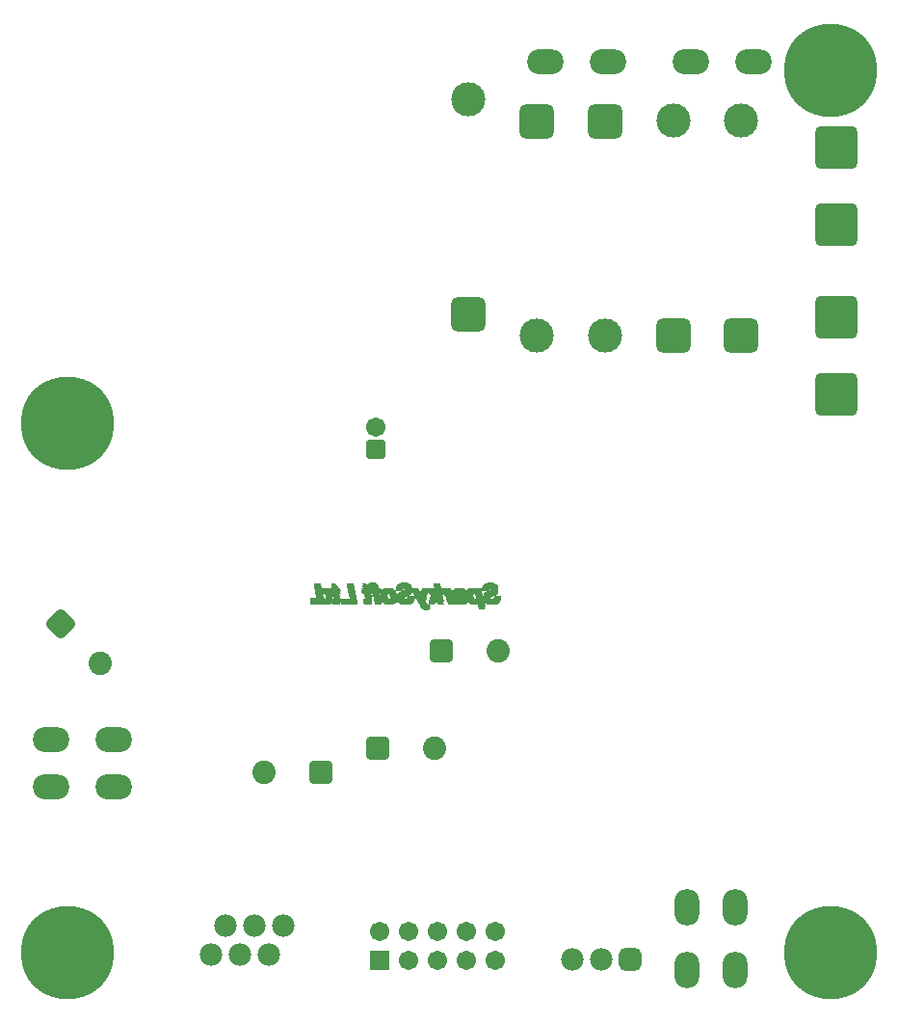
<source format=gbs>
%FSTAX23Y23*%
%MOIN*%
%SFA1B1*%

%IPPOS*%
%AMD110*
4,1,8,0.072900,-0.055100,0.072900,0.055100,0.055100,0.072900,-0.055100,0.072900,-0.072900,0.055100,-0.072900,-0.055100,-0.055100,-0.072900,0.055100,-0.072900,0.072900,-0.055100,0.0*
1,1,0.035560,0.055100,-0.055100*
1,1,0.035560,0.055100,0.055100*
1,1,0.035560,-0.055100,0.055100*
1,1,0.035560,-0.055100,-0.055100*
%
%AMD111*
4,1,8,-0.033500,0.020700,-0.033500,-0.020700,-0.020700,-0.033500,0.020700,-0.033500,0.033500,-0.020700,0.033500,0.020700,0.020700,0.033500,-0.020700,0.033500,-0.033500,0.020700,0.0*
1,1,0.025720,-0.020700,0.020700*
1,1,0.025720,-0.020700,-0.020700*
1,1,0.025720,0.020700,-0.020700*
1,1,0.025720,0.020700,0.020700*
%
%AMD113*
4,1,8,0.025500,0.040400,-0.025500,0.040400,-0.040400,0.025500,-0.040400,-0.025500,-0.025500,-0.040400,0.025500,-0.040400,0.040400,-0.025500,0.040400,0.025500,0.025500,0.040400,0.0*
1,1,0.029860,0.025500,0.025500*
1,1,0.029860,-0.025500,0.025500*
1,1,0.029860,-0.025500,-0.025500*
1,1,0.029860,0.025500,-0.025500*
%
%AMD116*
4,1,8,0.059100,-0.038600,0.059100,0.038600,0.038600,0.059100,-0.038600,0.059100,-0.059100,0.038600,-0.059100,-0.038600,-0.038600,-0.059100,0.038600,-0.059100,0.059100,-0.038600,0.0*
1,1,0.041080,0.038600,-0.038600*
1,1,0.041080,0.038600,0.038600*
1,1,0.041080,-0.038600,0.038600*
1,1,0.041080,-0.038600,-0.038600*
%
%AMD117*
4,1,8,-0.017500,-0.039000,0.017500,-0.039000,0.039000,-0.017500,0.039000,0.017500,0.017500,0.039000,-0.017500,0.039000,-0.039000,0.017500,-0.039000,-0.017500,-0.017500,-0.039000,0.0*
1,1,0.043000,-0.017500,-0.017500*
1,1,0.043000,0.017500,-0.017500*
1,1,0.043000,0.017500,0.017500*
1,1,0.043000,-0.017500,0.017500*
%
%AMD121*
4,1,8,0.046600,0.010500,0.010500,0.046600,-0.010500,0.046600,-0.046600,0.010500,-0.046600,-0.010500,-0.010500,-0.046600,0.010500,-0.046600,0.046600,-0.010500,0.046600,0.010500,0.0*
1,1,0.029860,0.036100,0.000000*
1,1,0.029860,0.000000,0.036100*
1,1,0.029860,-0.036100,0.000000*
1,1,0.029860,0.000000,-0.036100*
%
%ADD107O,0.126110X0.086740*%
%ADD108C,0.078000*%
%ADD109O,0.086740X0.126110*%
G04~CAMADD=110~8~0.0~0.0~1457.9~1457.9~177.8~0.0~15~0.0~0.0~0.0~0.0~0~0.0~0.0~0.0~0.0~0~0.0~0.0~0.0~270.0~1458.0~1458.0*
%ADD110D110*%
G04~CAMADD=111~8~0.0~0.0~670.6~670.6~128.6~0.0~15~0.0~0.0~0.0~0.0~0~0.0~0.0~0.0~0.0~0~0.0~0.0~0.0~90.0~670.0~670.0*
%ADD111D111*%
%ADD112C,0.067060*%
G04~CAMADD=113~8~0.0~0.0~808.3~808.3~149.3~0.0~15~0.0~0.0~0.0~0.0~0~0.0~0.0~0.0~0.0~0~0.0~0.0~0.0~0.0~808.3~808.3*
%ADD113D113*%
%ADD114C,0.080830*%
%ADD115C,0.118240*%
G04~CAMADD=116~8~0.0~0.0~1182.4~1182.4~205.4~0.0~15~0.0~0.0~0.0~0.0~0~0.0~0.0~0.0~0.0~0~0.0~0.0~0.0~270.0~1182.0~1182.0*
%ADD116D116*%
G04~CAMADD=117~8~0.0~0.0~780.0~780.0~215.0~0.0~15~0.0~0.0~0.0~0.0~0~0.0~0.0~0.0~0.0~0~0.0~0.0~0.0~180.0~780.0~780.0*
%ADD117D117*%
%ADD118R,0.067060X0.067060*%
%ADD119C,0.067060*%
%ADD120C,0.322000*%
G04~CAMADD=121~8~0.0~0.0~808.3~808.3~149.3~0.0~15~0.0~0.0~0.0~0.0~0~0.0~0.0~0.0~0.0~0~0.0~0.0~0.0~315.0~1018.0~1017.0*
%ADD121D121*%
%LNunisolder52_back-1*%
%LPD*%
G36*
X05116Y04089D02*
X05115D01*
X05116Y04084*
X05115*
X05116Y04079*
X0506*
X05058Y04089*
X05059*
X05058Y04094*
X05059*
X05058Y04099*
X05088*
X05079Y04143*
X0508*
X05079Y04148*
X0508*
X05079Y04153*
X05103*
X05116Y04089*
G37*
G36*
X04991Y04135D02*
X04992Y04135D01*
X04993Y04136*
X04994Y04136*
X04995Y04136*
X04995Y04136*
X04996*
X04997Y04136*
X04997*
X04999Y04136*
X05Y04136*
X05Y04136*
X05001*
X05002Y04136*
X05002*
X05004Y04136*
X05005Y04136*
X05005Y04136*
X05006*
X05007Y04136*
X05007*
X05009Y04136*
X05011Y04136*
X05012Y04136*
X05014Y04135*
X05016Y04134*
X05017Y04134*
X05018Y04133*
X05019Y04132*
X0502Y04131*
X05021Y0413*
X05021*
X0502Y04135*
X05026*
X05025Y04141*
X05026Y04141*
X05025Y04146*
X05026Y04146*
X05025Y04151*
X0503Y04148*
X0503Y04151*
X05035Y04148*
X05035Y04151*
X05049Y04143*
X0505Y04135*
X05057*
X05058Y04126*
X05057*
X05058Y04121*
X05057*
X05058Y04116*
X05054*
X05056Y04107*
X05057Y04106*
X05057Y04105*
X05057Y04103*
X05057Y04102*
X05057Y04101*
X05057Y04101*
X05058Y041*
X05058Y04099*
Y04099*
X05058Y04098*
X05058Y04098*
Y04097*
Y04097*
X05058Y04096*
X05058Y04095*
X05058Y04095*
X05058Y04094*
Y04094*
X05058Y04093*
X05058Y04093*
Y04092*
Y04092*
X05058Y04091*
X05058Y0409*
X05058Y0409*
X05058Y04089*
Y04089*
X05058Y04088*
X05058Y04088*
Y04087*
Y04087*
X05058Y04086*
X05057Y04084*
X05057Y04083*
X05056Y04082*
X05056Y04081*
X05055Y04081*
X05055Y0408*
X05055Y0408*
X05054Y0408*
X05054Y04079*
X05052Y04079*
X05051Y04078*
X05049Y04078*
X05048Y04078*
X05047Y04078*
X05046*
X05046Y04078*
X05044*
X05043Y04078*
X05042Y04078*
X05042Y04078*
X05041*
X05041Y04078*
X05039*
X05038Y04078*
X05037Y04078*
X05037Y04078*
X05036*
X05036Y04078*
X05034*
X05033Y04078*
X05032Y04078*
X05031Y04078*
X0503Y04078*
X05029Y04078*
X05029Y04078*
X05029*
X05027Y04085*
X05027Y04085*
X05027Y04084*
X05026Y04083*
X05026Y04083*
X05026Y04083*
X05026Y04083*
X05026Y04083*
X05025Y04082*
X05024Y04081*
X05023Y0408*
X05022Y0408*
X05021Y04079*
X0502Y04079*
X05018Y04078*
X05017Y04078*
X05016Y04078*
X05015Y04078*
X05015Y04078*
X05014*
X05013Y04078*
X05011Y04078*
X05011Y04078*
X0501Y04078*
X0501Y04078*
X05009*
X05008Y04078*
X05006Y04078*
X05006Y04078*
X05005Y04078*
X05005Y04078*
X05004*
X05003Y04078*
X05001Y04078*
X05Y04078*
X04999Y04078*
X04998Y04079*
X04997Y04079*
X04979*
X04976Y04092*
X04977Y04089*
X04976*
X04977Y04084*
X04976*
X04977Y04079*
X04954*
X04952Y04091*
X04953*
X04952Y04096*
X04953*
X04952Y04101*
X04974*
X04965Y04143*
X04966*
X04965Y04148*
X04966*
X04965Y04153*
X04988*
X04991Y04135*
G37*
G36*
X05583Y04154D02*
X05585Y04154D01*
X05586Y04154*
X05588Y04153*
X0559Y04153*
X05591Y04152*
X05592Y04152*
X05593Y04151*
X05594Y04151*
X05595Y0415*
X05596Y0415*
X05597Y04149*
X05597Y04149*
X05597Y04149*
X05598Y04149*
X05598Y04149*
X05599Y04148*
X056Y04147*
X056Y04145*
X05601Y04144*
X05602Y04143*
X05602Y04142*
X05603Y04141*
X05603Y0414*
X05603Y04139*
X05603Y04138*
X05603Y04137*
X05603Y04137*
X05604Y04136*
Y04136*
Y04135*
Y04135*
X05603Y04134*
X05603Y04133*
X05603Y04132*
X05603Y04132*
X05604Y04131*
Y04131*
Y0413*
Y0413*
X05603Y04129*
X05603Y04128*
X05603Y04127*
X05603Y04127*
X05604Y04126*
Y04126*
Y04125*
Y04125*
X05603Y04124*
X05603Y04122*
X05603Y04121*
X05603Y04119*
X05602Y04118*
X05602Y04118*
X05602Y04117*
X05602Y04117*
X05601Y04116*
X056Y04115*
X05599Y04114*
X05598Y04113*
X05597Y04112*
X05597Y04112*
X05596Y04112*
X05596Y04111*
X05596Y04111*
X05595Y04111*
X05594Y0411*
X05599Y0411*
Y0411*
Y0411*
Y0411*
X05611Y04109*
Y04107*
X05611Y04105*
X05611Y04105*
X05611Y04104*
Y04102*
X05611Y041*
X05611Y041*
X05611Y04099*
Y04097*
X05611Y04095*
X05611Y04093*
X0561Y04091*
X0561Y04091*
X0561Y0409*
X0561Y04089*
X05609Y04089*
X05609Y04089*
X05609Y04088*
X05609Y04088*
Y04088*
X05609Y04087*
X05608Y04086*
X05607Y04085*
X05605Y04083*
X05604Y04082*
X05603Y04082*
X05602Y04081*
X05601Y04081*
X05601Y04081*
X05601Y04081*
X05601Y0408*
X056*
X05598Y0408*
X05596Y04079*
X05593Y04078*
X05591Y04078*
X0559Y04078*
X05589Y04078*
X05588Y04078*
X05588*
X05587Y04078*
X05586*
X05584Y04078*
X05584Y04078*
X05583Y04078*
X05583*
X05582Y04078*
X05581*
X05579Y04078*
X05579Y04078*
X05578Y04078*
X05578*
X05577Y04078*
X05576*
X05574Y04078*
X05572Y04078*
X0557Y04078*
X05568Y04079*
X05567Y04079*
X05565Y0408*
X05564Y0408*
X05562Y04081*
X05561Y04081*
X0556Y04082*
X05559Y04082*
X05559Y04083*
X05558Y04083*
X05558Y04083*
X05558Y04084*
X05557Y04084*
X05556Y04085*
X05555Y04086*
X05555Y04087*
X05558Y04071*
X05557*
X05558Y04066*
X05557*
X05558Y04061*
X05535*
X05532Y04079*
X05532Y04079*
X05531Y04078*
X0553Y04078*
X05529Y04078*
X05528Y04078*
X05527*
X05527Y04078*
X05526*
X05525Y04078*
X05524Y04078*
X05524Y04078*
X05523Y04078*
X05522*
X05522Y04078*
X05521*
X0552Y04078*
X05519Y04078*
X05519Y04078*
X05518Y04078*
X05517*
X05517Y04078*
X05516*
X05515Y04078*
X05513Y04078*
X05512Y04078*
X0551Y04079*
X05509Y04079*
X05507Y0408*
X05506Y04081*
X05505Y04081*
X05504Y04082*
X05503Y04083*
X05503Y04083*
X05502Y04084*
X05501Y04084*
X05501Y04085*
X05501Y04085*
X05501Y04085*
X05499Y04087*
X05498Y04088*
X05498Y04087*
X05497Y04086*
X05497Y04084*
X05496Y04083*
X05495Y04082*
X05495Y04082*
X05495Y04082*
X05495Y04082*
Y04081*
X05494Y04081*
X05493Y0408*
X05492Y04079*
X0549Y04079*
X05489Y04078*
X05487Y04078*
X05487Y04078*
X05486*
X05486Y04078*
X05485*
X05484Y04078*
X05483Y04078*
X05482Y04078*
X05482Y04078*
X05481*
X05481Y04078*
X0548*
X05479Y04078*
X05478Y04078*
X05477Y04078*
X05477Y04078*
X05476*
X05476Y04078*
X05475*
X05474Y04078*
X05473Y04078*
X05472Y04078*
X0547Y04079*
X0547Y04079*
X05428*
X05425Y04093*
X05424Y04095*
X05424Y04096*
X05424Y04098*
X05423Y04099*
X05423Y041*
X05423Y04101*
X05422Y04102*
X05422Y04103*
X05422Y04104*
X05421Y04105*
X05421Y04105*
X05421Y04106*
X05421Y04106*
X05421Y04106*
X05421Y04106*
Y04106*
X0542Y04108*
X05419Y04109*
X05418Y0411*
X05417Y04111*
X05417Y04112*
X05416Y04112*
X05416Y04113*
X05416Y04113*
X05414Y04114*
X05413Y04114*
X05412Y04115*
X05411Y04115*
X05411Y04115*
X05411Y04115*
X0541Y04115*
X0541*
X0541Y04115*
X0541Y04115*
X05409*
X05415Y04089*
X05414*
X05415Y04084*
X05414*
X05415Y04079*
X05392*
X05389Y04093*
X05389Y04093*
X05384Y04079*
X05367*
X05368Y04071*
X05367Y04071*
X05368Y04066*
X05367Y04066*
X05368Y04061*
X05366Y04061*
X05364Y04061*
X05363Y0406*
X05361Y0406*
X0536Y0406*
X0536Y0406*
X05359*
X05357Y0406*
X05357Y0406*
X05356Y0406*
X05355Y0406*
X05355Y0406*
X05354*
X05352Y0406*
X05352Y0406*
X05351Y0406*
X0535Y0406*
X0535Y0406*
X05349*
X05347Y0406*
X05346Y0406*
X05345Y04061*
X05344Y04061*
X05343Y04061*
X05343Y04061*
X05342Y04061*
X05342Y04062*
X05341Y04062*
X0534Y04063*
X05339Y04063*
X05338Y04064*
X05338Y04065*
X05337Y04065*
X05337Y04065*
X05337Y04066*
X05337Y04066*
X05336Y04067*
X05335Y04068*
X05334Y04069*
X05334Y04071*
X05333Y04072*
X05332Y04073*
X05332Y04073*
X05332Y04074*
X05332Y04074*
X05331Y04074*
Y04074*
X05313Y04107*
Y04107*
X05313Y04105*
X05313Y04105*
X05313Y04104*
Y04102*
X05313Y041*
X05313Y041*
X05313Y04099*
Y04097*
X05313Y04095*
X05312Y04093*
X05312Y04091*
X05312Y04091*
X05311Y0409*
X05311Y04089*
X05311Y04089*
X05311Y04089*
X05311Y04088*
X05311Y04088*
Y04088*
X0531Y04087*
X0531Y04086*
X05308Y04085*
X05307Y04083*
X05305Y04082*
X05304Y04082*
X05304Y04081*
X05303Y04081*
X05303Y04081*
X05302Y04081*
X05302Y0408*
X05302*
X053Y0408*
X05297Y04079*
X05295Y04078*
X05293Y04078*
X05292Y04078*
X05291Y04078*
X0529Y04078*
X05289*
X05289Y04078*
X05288*
X05286Y04078*
X05285Y04078*
X05285Y04078*
X05284*
X05284Y04078*
X05283*
X05281Y04078*
X0528Y04078*
X0528Y04078*
X05279*
X05279Y04078*
X05278*
X05276Y04078*
X05274Y04078*
X05272Y04078*
X0527Y04079*
X05268Y04079*
X05267Y0408*
X05265Y0408*
X05264Y04081*
X05263Y04081*
X05262Y04082*
X05261Y04082*
X0526Y04083*
X0526Y04083*
X05259Y04083*
X05259Y04084*
X05259Y04084*
X05258Y04085*
X05257Y04086*
X05256Y04087*
X05255Y04088*
X05255Y0409*
X05254Y04091*
X05254Y04092*
X05253Y04093*
X05253Y04094*
X05253Y04092*
X05252Y04091*
X05252Y04089*
X05252Y04089*
X05251Y04088*
X05251Y04088*
X05251Y04088*
X05251Y04088*
Y04088*
X0525Y04086*
X05249Y04084*
X05248Y04083*
X05246Y04082*
X05245Y04081*
X05244Y04081*
X05244Y04081*
X05244Y0408*
X05244Y0408*
X05244*
X05242Y04079*
X0524Y04079*
X05238Y04078*
X05236Y04078*
X05234Y04078*
X05234Y04078*
X05233*
X05233Y04078*
X05232*
X0523Y04078*
X05229Y04078*
X05229Y04078*
X05228*
X05228Y04078*
X05227*
X05225Y04078*
X05224Y04078*
X05224Y04078*
X05223*
X05223Y04078*
X05222*
X0522Y04078*
X05218Y04078*
X05216Y04078*
X05214Y04079*
X05212Y0408*
X05211Y0408*
X05209Y04081*
X05208Y04082*
X05207Y04083*
X05206Y04083*
X05205Y04084*
X05204Y04085*
X05203Y04085*
X05203Y04086*
X05203Y04086*
X05203Y04086*
X05201Y04087*
X052Y04089*
X05199Y04091*
X05199Y04091*
X052Y04089*
X05198*
X052Y04084*
X05198*
X052Y04079*
X05177*
X05169Y04116*
X05168*
X05168Y04116*
X05164*
X05166Y04107*
X05166Y04106*
X05166Y04105*
X05166Y04103*
X05167Y04102*
X05167Y04101*
X05167Y04101*
X05167Y041*
X05167Y04099*
Y04099*
X05167Y04098*
X05167Y04098*
Y04097*
Y04097*
X05167Y04096*
X05167Y04095*
X05167Y04095*
X05167Y04094*
Y04094*
X05167Y04093*
X05167Y04093*
Y04092*
Y04092*
X05167Y04091*
X05167Y0409*
X05167Y0409*
X05167Y04089*
Y04089*
X05167Y04088*
X05167Y04088*
Y04087*
Y04087*
X05167Y04086*
X05167Y04084*
X05166Y04083*
X05166Y04082*
X05165Y04081*
X05165Y04081*
X05164Y0408*
X05164Y0408*
X05164Y0408*
X05163Y04079*
X05161Y04079*
X0516Y04078*
X05158Y04078*
X05157Y04078*
X05156Y04078*
X05156*
X05155Y04078*
X05153*
X05152Y04078*
X05152Y04078*
X05151Y04078*
X05151*
X0515Y04078*
X05148*
X05147Y04078*
X05147Y04078*
X05146Y04078*
X05146*
X05145Y04078*
X05143*
X05142Y04078*
X05141Y04078*
X0514Y04078*
X05139Y04078*
X05139Y04078*
X05138Y04078*
X05138*
X05136Y04088*
X05137Y04088*
X05136Y04093*
X05137Y04093*
X05136Y04098*
X05137Y04098*
X05138Y04097*
X05139Y04097*
X05139*
X0514Y04097*
X05141*
X05141Y04097*
X05141Y04098*
X05142Y04098*
X05142Y04098*
X05142Y04098*
X05143Y04098*
X05143Y04098*
X05139Y04116*
X05131*
X0513Y04125*
X05131*
X0513Y0413*
X05131*
X0513Y04135*
X05135*
X05134Y04141*
X05135Y04141*
X05134Y04146*
X05135Y04146*
X05134Y04151*
X0514Y04148*
X05139Y04151*
X05145Y04148*
X05144Y04151*
X05153Y04146*
X05152Y04147*
X05154Y04147*
X05152Y04152*
X05155Y04153*
X05157Y04153*
X05159Y04154*
X05161Y04154*
X05162Y04154*
X05162Y04154*
X05163*
X05163Y04154*
X05164*
X05166Y04154*
X05167Y04154*
X05167Y04154*
X05168*
X05168Y04154*
X05169*
X05171Y04154*
X05172Y04154*
X05172Y04154*
X05173*
X05173Y04154*
X05174*
X05176Y04154*
X05178Y04154*
X05179Y04154*
X0518Y04153*
X05181Y04153*
X05182Y04153*
X05182Y04152*
X05182Y04152*
X05183Y04152*
X05184Y04151*
X05185Y0415*
X05185Y0415*
X05186Y04149*
X05186Y04148*
X05186Y04148*
X05187Y04148*
X05187Y04147*
X05187Y04147*
X05187Y04146*
X05188Y04144*
X05188Y04143*
X05188Y04142*
X05189Y04141*
X05189Y04141*
X05189Y0414*
X05189Y0414*
Y0414*
X0519Y04135*
X05197*
X05199Y04127*
X05199Y04128*
X05199Y04128*
X052Y04129*
X052Y0413*
X05201Y0413*
X05201Y0413*
X05201Y04131*
X05201Y04131*
X05202Y04132*
X05204Y04133*
X05205Y04133*
X05206Y04134*
X05208Y04135*
X05209Y04135*
X0521Y04135*
X05211Y04136*
X05213Y04136*
X05214Y04136*
X05215Y04136*
X05216Y04136*
X05216Y04136*
X05217*
X05219Y04136*
X0522Y04136*
X05221Y04136*
X05221Y04136*
X05222*
X05224Y04136*
X05225Y04136*
X05226Y04136*
X05226Y04136*
X05227*
X05229Y04136*
X05232Y04136*
X05233Y04136*
X05235Y04135*
X05237Y04135*
X05239Y04134*
X0524Y04133*
X05241Y04133*
X05242Y04132*
X05243Y04131*
X05244Y0413*
X05245Y0413*
X05246Y04129*
X05246Y04129*
X05246Y04129*
X05246Y04129*
X05248Y04127*
X05248Y04126*
X05248Y04126*
X05249Y04128*
X05249Y04129*
X05249Y0413*
X05248Y0413*
X05248Y04131*
X05249Y04133*
X05249Y04134*
X05249Y04135*
X05248Y04135*
X05248Y04136*
X05249Y04138*
X05249Y04139*
X05249Y04141*
X0525Y04142*
X05251Y04143*
X05251Y04144*
X05252Y04145*
X05252Y04146*
X05253Y04147*
X05254Y04147*
X05254Y04148*
X05254Y04148*
X05255Y04148*
X05255Y04149*
X05255Y04149*
X05256Y0415*
X05257Y0415*
X05259Y04151*
X0526Y04152*
X05262Y04152*
X05263Y04153*
X05266Y04153*
X05267Y04154*
X05269Y04154*
X0527Y04154*
X05271Y04154*
X05271Y04154*
X05272*
X05274Y04154*
X05275Y04154*
X05276Y04154*
X05276Y04154*
X05277*
X05279Y04154*
X0528Y04154*
X05281Y04154*
X05281Y04154*
X05282*
X05284Y04154*
X05286Y04154*
X05288Y04154*
X0529Y04153*
X05291Y04153*
X05293Y04152*
X05294Y04152*
X05295Y04151*
X05296Y04151*
X05297Y0415*
X05298Y0415*
X05298Y04149*
X05299Y04149*
X05299Y04149*
X05299Y04149*
X05299Y04149*
X053Y04148*
X05301Y04147*
X05302Y04145*
X05303Y04144*
X05303Y04143*
X05304Y04142*
X05304Y04141*
X05304Y0414*
X05305Y04139*
X05305Y04138*
X05305Y04137*
X05305Y04137*
X05305Y04136*
Y04136*
Y04135*
Y04135*
X05326*
X05336Y04117*
X05338Y04135*
X0538*
X05381Y04134*
X05379Y04143*
X0538*
X05379Y04148*
X0538*
X05379Y04153*
X05401*
X05405Y04136*
X05405Y04136*
X05406Y04136*
X05406*
X05408Y04136*
X05409Y04136*
X0541Y04136*
X0541Y04136*
X05411Y04136*
X05411*
X05413Y04136*
X05414Y04136*
X05415Y04136*
X05415Y04136*
X05416Y04136*
X05416*
X05418Y04136*
X05419Y04136*
X0542Y04135*
X05421Y04135*
X0544*
X05445Y04113*
Y04114*
Y04114*
Y04114*
X05445Y04115*
X05445Y04116*
X05445Y04116*
X05445Y04116*
X05445Y04117*
Y04118*
X05445Y04118*
Y04119*
Y04119*
Y04119*
X05445Y0412*
X05445Y04121*
X05445Y04121*
X05445Y04121*
X05445Y04122*
Y04123*
X05445Y04123*
Y04124*
Y04124*
Y04124*
X05445Y04125*
X05445Y04126*
X05446Y04127*
X05446Y04129*
X05447Y0413*
X05448Y04131*
X05449Y04132*
X05449Y04133*
X05449Y04133*
X05449*
X0545Y04133*
X05451Y04134*
X05453Y04135*
X05455Y04135*
X05457Y04136*
X05458Y04136*
X05459Y04136*
X0546Y04136*
X05461*
X05462Y04136*
X05464*
X05465Y04136*
X05465Y04136*
X05466*
X05467Y04136*
X05469*
X0547Y04136*
X0547Y04136*
X05471*
X05472Y04136*
X05474*
X05476Y04136*
X05477Y04136*
X05478Y04136*
X0548Y04136*
X05481Y04135*
X05482Y04135*
X05483Y04135*
X05484Y04134*
X05484Y04134*
X05485Y04134*
X05485Y04133*
X05486Y04133*
X05486Y04133*
X05486Y04133*
X05486Y04133*
X05488Y04131*
X0549Y0413*
X05491Y04128*
X05492Y04127*
X05493Y04125*
X05493Y04125*
X05493Y04124*
X05493Y04124*
X05494Y04123*
X05494Y04123*
Y04123*
X05491Y04123*
X05492Y04122*
X05493Y0412*
X05493Y0412*
X05493Y04119*
X05493Y04119*
X05493Y0412*
X05494Y04121*
X05494Y04123*
X05494Y04124*
X05495Y04125*
X05495Y04127*
X05495Y04128*
X05496Y04128*
X05496Y04129*
X05497Y0413*
X05497Y0413*
X05497Y04131*
X05497Y04131*
X05498Y04131*
X05498Y04131*
X05498Y04132*
X05499Y04133*
X055Y04134*
X05501Y04134*
X05502Y04135*
X05503Y04135*
X05505Y04136*
X05507Y04136*
X05507Y04136*
X05508Y04136*
X05509Y04136*
X05509*
X05511Y04136*
X05512Y04136*
X05512Y04136*
X05513Y04136*
X05514Y04136*
X05514*
X05516Y04136*
X05517Y04136*
X05517Y04136*
X05518Y04136*
X05519Y04136*
X05519*
X05521Y04136*
X05522Y04136*
X05523Y04136*
X05524Y04136*
X05525Y04135*
X05526Y04135*
X05544*
X05547Y04125*
X05547Y04126*
X05547Y04128*
X05547Y04129*
X05547Y0413*
X05546Y0413*
X05547Y04131*
X05547Y04133*
X05547Y04134*
X05547Y04135*
X05546Y04135*
X05547Y04136*
X05547Y04138*
X05547Y04139*
X05548Y04141*
X05548Y04142*
X05549Y04143*
X0555Y04144*
X0555Y04145*
X05551Y04146*
X05551Y04147*
X05552Y04147*
X05552Y04148*
X05553Y04148*
X05553Y04148*
X05553Y04149*
X05553Y04149*
X05555Y0415*
X05556Y0415*
X05557Y04151*
X05559Y04152*
X0556Y04152*
X05562Y04153*
X05564Y04153*
X05566Y04154*
X05567Y04154*
X05568Y04154*
X05569Y04154*
X0557Y04154*
X05571*
X05573Y04154*
X05573Y04154*
X05574Y04154*
X05575Y04154*
X05576*
X05578Y04154*
X05578Y04154*
X05579Y04154*
X0558Y04154*
X05581*
X05583Y04154*
G37*
%LNunisolder52_back-2*%
%LPC*%
G36*
X05222Y04116D02*
X05222Y04116D01*
X05222Y04115*
X05221Y04115*
X05221Y04114*
X05221Y04114*
X0522Y04113*
X05219Y04112*
X05219Y04111*
X05219Y04111*
X05219Y04109*
X05219Y04108*
X0522Y04107*
X0522Y04106*
X05221Y04105*
X05221Y04104*
X05222Y04103*
X05222Y04103*
X05222Y04102*
X05223Y04102*
X05223Y04102*
X05223Y04102*
X05224Y04101*
X05224Y041*
X05225Y041*
X05226Y04099*
X05226Y04099*
X05226Y04099*
X05227Y04099*
X05228Y041*
X05228Y041*
X05228Y041*
X05229Y04101*
X0523Y04103*
X0523Y04104*
X0523Y04104*
X0523Y04105*
X0523Y04106*
X05229Y04107*
X05229Y04107*
X05229Y04107*
Y04107*
X05229Y04109*
X05228Y0411*
X05227Y04111*
X05226Y04113*
X05226Y04113*
X05225Y04114*
X05225Y04114*
X05224Y04114*
X05223Y04115*
X05222Y04116*
G37*
G36*
X05519Y04116D02*
X05519Y04115D01*
X05518Y04115*
X05518Y04115*
X05518Y04115*
X05517Y04113*
X05516Y04112*
X05516Y04111*
X05516Y0411*
X05517Y04109*
X05517Y04108*
X05517Y04108*
X05517Y04107*
X05517Y04107*
X05517Y04107*
Y04107*
X05518Y04105*
X05519Y04103*
X0552Y04102*
X0552Y04101*
X05521Y041*
X05522Y041*
X05522Y04099*
X05522Y04099*
X05523Y04099*
X05523Y04099*
X05524Y041*
X05524Y041*
X05524Y041*
X05525Y04101*
X05526Y04103*
X05526Y04104*
X05526Y04104*
X05526Y04105*
X05526Y04106*
X05526Y04107*
X05525Y04107*
X05525Y04107*
Y04107*
X05525Y04109*
X05524Y04111*
X05523Y04112*
X05522Y04113*
X05522Y04114*
X05521Y04114*
X05521Y04115*
X05521Y04115*
X0552Y04116*
X05519Y04116*
G37*
G36*
X0529Y04108D02*
X05289Y04107D01*
X05289Y04107*
X05288Y04107*
X05288Y04106*
X05287Y04106*
X05287Y04106*
X05287*
X05286Y04105*
X05284Y04105*
X05283Y04104*
X05282Y04104*
X05282Y04104*
X05281Y04103*
X0528Y04103*
X0528Y04102*
X05279Y04102*
X05279Y04102*
X05278Y04102*
X05278Y04101*
X05278Y04101*
X05278Y04101*
X05278Y04101*
X05278Y04101*
X05278Y04101*
X05279Y041*
X0528Y041*
X05281Y041*
X05283Y04099*
X05283Y04099*
X05284Y04099*
X05284Y041*
X05285Y041*
X05286Y041*
X05287Y04101*
X05287Y04101*
X05287Y04101*
X05288Y04101*
X05288Y04102*
X05288Y04102*
X05289Y04102*
X05289Y04103*
X05289Y04104*
X0529Y04105*
X0529Y04107*
X0529Y04108*
G37*
G36*
X05547Y04125D02*
X05551Y04105D01*
X05551Y04106*
X05551Y04106*
X05551Y04106*
X05551Y04107*
Y04107*
X05551Y04108*
Y04108*
Y04108*
X05551Y04109*
X05551Y04111*
X05551Y04113*
X05552Y04115*
X05553Y04116*
X05553Y04117*
X05554Y04118*
X05554Y04118*
X05555Y04119*
X05555Y04119*
X05555Y04119*
X05555Y04119*
X05555Y04119*
X05556Y0412*
X05557Y04121*
X05558Y04121*
X05559Y04122*
X05561Y04123*
X05563Y04124*
X05559Y04124*
X05559Y04124*
Y04124*
Y04124*
X05547Y04125*
G37*
G36*
X05588Y04108D02*
X05588Y04107D01*
X05587Y04107*
X05587Y04107*
X05586Y04106*
X05586Y04106*
X05585Y04106*
X05585*
X05584Y04105*
X05583Y04105*
X05582Y04104*
X05581Y04104*
X0558Y04104*
X05579Y04103*
X05578Y04103*
X05578Y04102*
X05577Y04102*
X05577Y04102*
X05576Y04102*
X05576Y04101*
X05576Y04101*
X05576Y04101*
X05576Y04101*
X05576Y04101*
X05577Y04101*
X05577Y041*
X05578Y041*
X05579Y041*
X05581Y04099*
X05581Y04099*
X05582Y04099*
X05583Y041*
X05584Y041*
X05584Y041*
X05585Y04101*
X05585Y04101*
X05586Y04101*
X05586Y04101*
X05587Y04102*
X05587Y04102*
X05587Y04102*
X05587Y04103*
X05588Y04104*
X05588Y04105*
X05588Y04107*
X05588Y04108*
G37*
G36*
X0545Y04084D02*
X05449D01*
X05449Y04082*
X05449Y04083*
X0545Y04083*
X0545Y04084*
G37*
G36*
X0536Y04119D02*
X05354Y04086D01*
X05354Y04086*
X05355Y04085*
X05356Y04084*
X05357Y04083*
X05357Y04082*
X05358Y04082*
X05359Y04081*
X0536Y04081*
X0536Y04081*
X05361Y0408*
X05361Y04081*
X05361Y04081*
X05362Y04081*
X05362*
X05362Y0408*
X05362Y0408*
X05362*
X05364Y04084*
X05362*
X05364Y04089*
X05362*
X05369Y04111*
X0536Y04119*
G37*
G36*
X05449Y04089D02*
X05449D01*
X05449Y04087*
X05449Y04088*
X0545Y04088*
X05449Y04089*
X05449Y04089*
G37*
G36*
X05Y04115D02*
X05Y04115D01*
X04999Y04114*
X04999Y04114*
X04999Y04114*
X04998Y04113*
X04997Y04111*
X04997Y0411*
X04997Y0411*
X04997Y04108*
X04998Y04107*
X04998Y04107*
X04998Y04107*
X04998Y04107*
Y04107*
X04999Y04105*
X05Y04103*
X05Y04102*
X05001Y04101*
X05002Y041*
X05002Y041*
X05003Y04099*
X05003Y04099*
X05004Y04099*
X05004Y04099*
X05005Y04099*
X05005Y04099*
X05005Y041*
X05006Y041*
X05006Y04101*
X05007Y04102*
X05007Y04103*
X05007Y04105*
X05007Y04106*
X05006Y04107*
X05006Y04108*
X05006Y04109*
X05005Y04109*
X05005Y0411*
X05005Y0411*
X05005Y04111*
X05004Y04111*
Y04111*
X05004Y04112*
X05003Y04113*
X05002Y04114*
X05002Y04115*
X05001Y04115*
X05Y04115*
G37*
G36*
X0503Y04116D02*
X05029D01*
X05029Y04115*
X05029Y04114*
X0503Y04112*
X0503Y04111*
X0503Y0411*
X0503Y04109*
Y04108*
X0503Y04108*
Y04107*
Y04107*
X0503Y04105*
X0503Y04105*
X0503Y04104*
Y04103*
X0503Y04103*
Y04102*
Y04102*
X0503Y041*
X0503Y041*
X0503Y04099*
Y04098*
X0503Y04098*
Y04097*
X0503Y04097*
X05032*
X05032Y04097*
X05032Y04098*
X05033Y04098*
X05033Y04098*
X05033Y04098*
X05033Y04098*
X05034Y04098*
X0503Y04116*
G37*
G36*
X05198Y04126D02*
X05198D01*
X05198Y04126*
X05198Y04126*
G37*
G36*
X05305Y04126D02*
X05305Y04126D01*
Y04126*
Y04125*
Y04125*
X05306*
X05305Y04126*
G37*
G36*
X05493Y04118D02*
X05491Y04118D01*
X05492Y04117*
X05493Y04115*
X05493Y04115*
X05493Y04114*
Y04115*
X05493Y04116*
Y04116*
Y04116*
X05493Y04118*
Y04118*
G37*
G36*
X05305Y04131D02*
X05305Y04131D01*
Y04131*
Y0413*
Y0413*
X05306*
X05305Y04131*
G37*
G36*
X05576Y04133D02*
X05576Y04133D01*
X05575Y04132*
X05574Y04132*
X05573Y04132*
X05573Y04131*
X05572Y04131*
X05571Y0413*
X05571Y04129*
X0557Y04128*
X0557Y04128*
X05571Y04128*
X05572Y04128*
X05573Y04129*
X05574Y04129*
X05575Y0413*
X05576Y0413*
X05576Y04131*
X05577Y04131*
X05577Y04131*
X05578Y04131*
X05578Y04132*
X05578Y04132*
X05576Y04133*
X05576Y04133*
G37*
G36*
X05278D02*
X05277Y04133D01*
X05276Y04132*
X05275Y04132*
X05275Y04132*
X05274Y04131*
X05274Y04131*
X05273Y0413*
X05272Y04129*
X05272Y04128*
X05272Y04128*
X05272Y04128*
X05274Y04128*
X05275Y04129*
X05276Y04129*
X05276Y0413*
X05277Y0413*
X05278Y04131*
X05279Y04131*
X05279Y04131*
X05279Y04131*
X0528Y04132*
X05279Y04132*
X05278Y04133*
X05278Y04133*
G37*
G36*
X05295Y0411D02*
X05295Y0411D01*
X05295Y0411*
Y0411*
Y0411*
Y0411*
G37*
G36*
X05305Y04122D02*
X05305Y04121D01*
X05304Y04119*
X05304Y04118*
X05304Y04118*
X05303Y04117*
X05303Y04117*
X05302Y04116*
X05302Y04115*
X05301Y04114*
X053Y04113*
X05299Y04112*
X05298Y04112*
X05298Y04112*
X05298Y04111*
X05297Y04111*
X05296Y04111*
X05295Y0411*
X053Y0411*
Y0411*
Y0411*
Y0411*
X05312Y0411*
X05305Y04122*
G37*
G36*
X05195Y04116D02*
X05194D01*
X05196Y04108*
X05196Y04108*
X05196Y04108*
Y04109*
X05195Y0411*
Y0411*
Y0411*
X05196Y04112*
X05196Y04113*
X05196Y04113*
Y04114*
X05195Y04115*
Y04115*
Y04115*
X05195Y04116*
G37*
G36*
X05249Y04125D02*
X0525Y04124D01*
X0525Y04122*
X05251Y0412*
X05252Y04119*
X05252Y04117*
X05253Y04115*
X05253Y04114*
X05253Y04113*
X05253Y04113*
X05254Y04115*
X05255Y04116*
X05255Y04117*
X05256Y04118*
X05256Y04118*
X05256Y04119*
X05257Y04119*
X05257Y04119*
X05257Y04119*
X05257Y04119*
X05258Y0412*
X05258Y04121*
X05259Y04121*
X0526Y04122*
X05263Y04123*
X05265Y04124*
X05261Y04124*
X05261Y04124*
Y04124*
Y04124*
X05249Y04125*
G37*
G36*
X05493Y04113D02*
X05493Y04113D01*
X05493Y04113*
X05493Y04113*
Y04113*
G37*
G36*
X05594Y0411D02*
X05593Y0411D01*
X05594Y0411*
Y0411*
Y0411*
Y0411*
G37*
%LNunisolder52_back-3*%
%LPD*%
G54D107*
X04056Y03612D03*
X04273D03*
Y03447D03*
X04056D03*
X06486Y05954D03*
X06269D03*
X05767D03*
X05984D03*
G54D108*
X0461Y0287D03*
X0466Y0297D03*
X0471Y0287D03*
X0476Y0297D03*
X0481Y0287D03*
X0486Y0297D03*
X0586Y02851D03*
X0596D03*
G54D109*
X06421Y02814D03*
Y03031D03*
X06255D03*
Y02814D03*
G54D110*
X06771Y05391D03*
Y05657D03*
Y04805D03*
Y05071D03*
G54D111*
X05178Y04614D03*
G54D112*
X05178Y04692D03*
G54D113*
X05406Y0392D03*
X0499Y03498D03*
X05186Y03582D03*
G54D114*
X05603Y0392D03*
X04793Y03498D03*
X05382Y03582D03*
X04227Y03874D03*
G54D115*
X05499Y05825D03*
X06208Y05752D03*
X06444Y05751D03*
X05736Y05009D03*
X05972D03*
G54D116*
X05499Y05083D03*
X06208Y0501D03*
X06444Y0501D03*
X05736Y0575D03*
X05972D03*
G54D117*
X0606Y02851D03*
G54D118*
X05192Y02847D03*
G54D119*
X05192Y02947D03*
X05292Y02847D03*
Y02947D03*
X05392Y02847D03*
Y02947D03*
X05492Y02847D03*
Y02947D03*
X05592Y02847D03*
Y02947D03*
G54D120*
X04114Y02874D03*
X06751D03*
Y05925D03*
X04114Y04704D03*
G54D121*
X04088Y04013D03*
M02*
</source>
